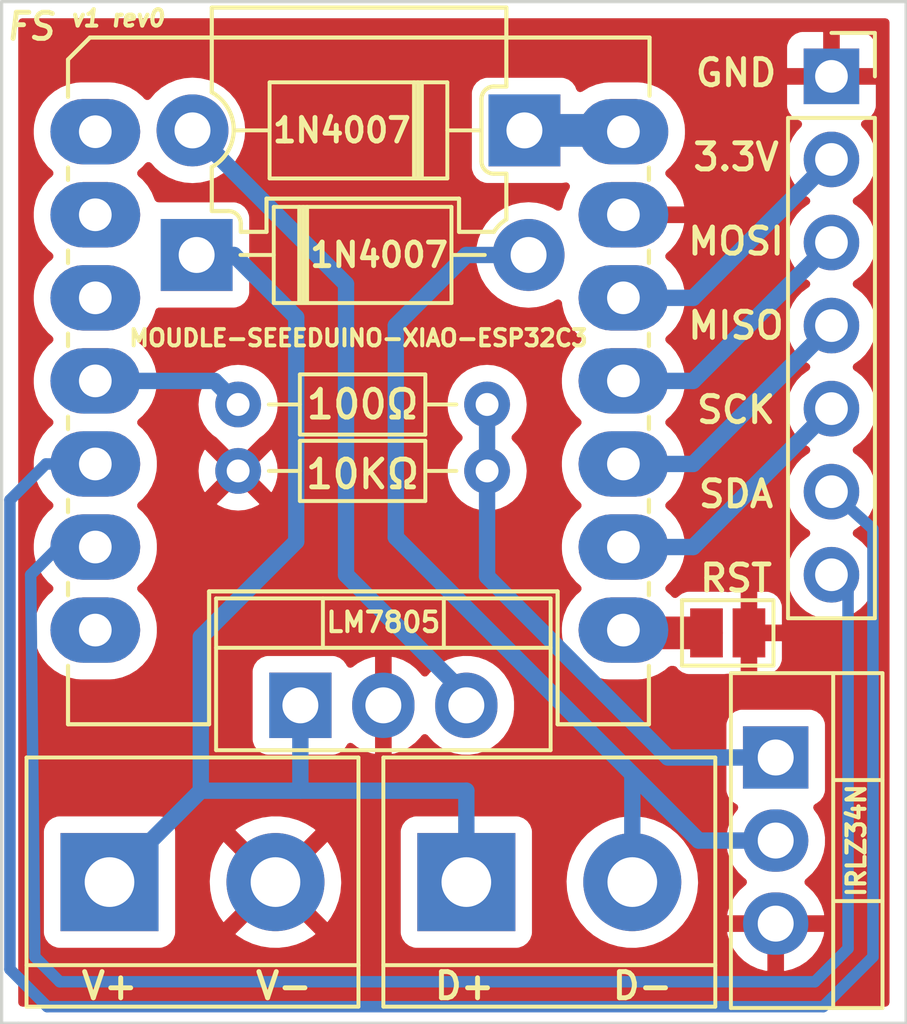
<source format=kicad_pcb>
(kicad_pcb (version 20211014) (generator pcbnew)
  (layers (0 "F.Cu" signal) (31 "B.Cu" signal) (34 "B.Paste" user) (35 "F.Paste" user) (36 "B.SilkS" user "B.Silkscreen") (37 "F.SilkS" user "F.Silkscreen") (38 "B.Mask" user) (39 "F.Mask" user) (44 "Edge.Cuts" user))
  (net 0 "")
  (net 1 "Net-(D1-Pad1)")
  (net 2 "+5V")
  (net 3 "Deur+")
  (net 4 "Deur-")
  (net 5 "Net-(Q1-Pad1)")
  (net 6 "GND")
  (net 10 "OUT")
  (net 11 "SDA")
  (net 12 "RST")
  (net 14 "BTN")
  (net 15 "SCK")
  (net 16 "MISO")
  (net 17 "MOSI")
  (net 18 "+3.3V")
  (footprint "TerminalBlock:TerminalBlock_bornier-2_P5.08mm" (layer "F.Cu") (at 90.17 114.3)
    (fp_text reference "J2" hide)
    (fp_text value "Screw_Terminal_01x02" hide)
    (fp_line (start 7.62 -3.81) (end -2.54 -3.81) (layer "F.SilkS") (width 0.12))
    (fp_line (start 7.62 3.81) (end 7.62 -3.81) (layer "F.SilkS") (width 0.12))
    (fp_line (start -2.54 3.81) (end 7.62 3.81) (layer "F.SilkS") (width 0.12))
    (fp_line (start -2.54 -3.81) (end -2.54 3.81) (layer "F.SilkS") (width 0.12))
    (fp_line (start 7.62 2.54) (end -2.54 2.54) (layer "F.SilkS") (width 0.12))
    (pad "1" thru_hole rect (at 0 0) (size 3 3) (drill 1.52) (layers *.Cu *.Mask) (net 3 "Deur+"))
    (pad "2" thru_hole circle (at 5.08 0) (size 3 3) (drill 1.52) (layers *.Cu *.Mask) (net 4 "Deur-"))
  )
  (footprint "Package_TO_SOT_THT:TO-220-3_Vertical" (layer "F.Cu") (at 85.09 108.895)
    (fp_text reference "U2" hide)
    (fp_text value "LM7805" (at 2.54 -2.54) (layer "F.SilkS") (effects (font (size 0.6 0.6) (thickness 0.125))))
    (fp_line (start -2.58 -3.27) (end -2.58 1.371) (layer "F.SilkS") (width 0.12))
    (fp_line (start -2.58 1.371) (end 7.66 1.371) (layer "F.SilkS") (width 0.12))
    (fp_line (start -2.58 -1.76) (end 7.66 -1.76) (layer "F.SilkS") (width 0.12))
    (fp_line (start 4.391 -3.27) (end 4.391 -1.76) (layer "F.SilkS") (width 0.12))
    (fp_line (start 0.69 -3.27) (end 0.69 -1.76) (layer "F.SilkS") (width 0.12))
    (fp_line (start 7.66 -3.27) (end 7.66 1.371) (layer "F.SilkS") (width 0.12))
    (fp_line (start -2.58 -3.27) (end 7.66 -3.27) (layer "F.SilkS") (width 0.12))
    (pad "1" thru_hole rect (at 0 0) (size 1.905 2) (drill 1.1) (layers *.Cu *.Mask) (net 3 "Deur+"))
    (pad "2" thru_hole oval (at 2.54 0) (size 1.905 2) (drill 1.1) (layers *.Cu *.Mask) (net 6 "GND"))
    (pad "3" thru_hole oval (at 5.08 0) (size 1.905 2) (drill 1.1) (layers *.Cu *.Mask) (net 2 "+5V"))
  )
  (footprint "Diode_THT:D_DO-41_SOD81_P10.16mm_Horizontal" (layer "F.Cu") (at 91.948 91.313 180)
    (fp_text reference "D1" hide)
    (fp_text value "1N4007" (at 5.588 0) (layer "F.SilkS") (effects (font (size 0.72 0.72))))
    (fp_line (start 7.8 -1.47) (end 2.36 -1.47) (layer "F.SilkS") (width 0.12))
    (fp_line (start 3.26 -1.47) (end 3.26 1.47) (layer "F.SilkS") (width 0.12))
    (fp_line (start 3.14 -1.47) (end 3.14 1.47) (layer "F.SilkS") (width 0.12))
    (fp_line (start 1.34 0) (end 2.36 0) (layer "F.SilkS") (width 0.12))
    (fp_line (start 8.82 0) (end 7.8 0) (layer "F.SilkS") (width 0.12))
    (fp_line (start 7.8 1.47) (end 7.8 -1.47) (layer "F.SilkS") (width 0.12))
    (fp_line (start 2.36 -1.47) (end 2.36 1.47) (layer "F.SilkS") (width 0.12))
    (fp_line (start 3.38 -1.47) (end 3.38 1.47) (layer "F.SilkS") (width 0.12))
    (fp_line (start 2.36 1.47) (end 7.8 1.47) (layer "F.SilkS") (width 0.12))
    (pad "1" thru_hole rect (at 0 0 180) (size 2.2 2.2) (drill 1.1) (layers *.Cu *.Mask) (net 1 "Net-(D1-Pad1)"))
    (pad "2" thru_hole oval (at 10.16 0 180) (size 2.2 2.2) (drill 1.1) (layers *.Cu *.Mask) (net 2 "+5V"))
  )
  (footprint "Package_TO_SOT_THT:TO-220-3_Vertical" (layer "F.Cu") (at 99.639 110.49 -90)
    (fp_text reference "Q1" hide)
    (fp_text value "IRLZ34N" (at 2.54 -2.469 90) (layer "F.SilkS") (effects (font (size 0.55 0.55) (thickness 0.125))))
    (fp_line (start 4.391 -3.27) (end 4.391 -1.76) (layer "F.SilkS") (width 0.12))
    (fp_line (start -2.58 -3.27) (end -2.58 1.371) (layer "F.SilkS") (width 0.12))
    (fp_line (start 0.69 -3.27) (end 0.69 -1.76) (layer "F.SilkS") (width 0.12))
    (fp_line (start -2.58 1.371) (end 7.66 1.371) (layer "F.SilkS") (width 0.12))
    (fp_line (start 7.66 -3.27) (end 7.66 1.371) (layer "F.SilkS") (width 0.12))
    (fp_line (start -2.58 -1.76) (end 7.66 -1.76) (layer "F.SilkS") (width 0.12))
    (fp_line (start -2.58 -3.27) (end 7.66 -3.27) (layer "F.SilkS") (width 0.12))
    (pad "1" thru_hole rect (at 0 0 270) (size 1.905 2) (drill 1.1) (layers *.Cu *.Mask) (net 5 "Net-(Q1-Pad1)"))
    (pad "2" thru_hole oval (at 2.54 0 270) (size 1.905 2) (drill 1.1) (layers *.Cu *.Mask) (net 4 "Deur-"))
    (pad "3" thru_hole oval (at 5.08 0 270) (size 1.905 2) (drill 1.1) (layers *.Cu *.Mask) (net 6 "GND"))
  )
  (footprint "TerminalBlock:TerminalBlock_bornier-2_P5.08mm" (layer "F.Cu") (at 79.248 114.3)
    (fp_text reference "J1" hide)
    (fp_text value "Screw_Terminal_01x02" hide)
    (fp_line (start 7.62 3.81) (end 7.62 -3.81) (layer "F.SilkS") (width 0.12))
    (fp_line (start -2.54 3.81) (end 7.62 3.81) (layer "F.SilkS") (width 0.12))
    (fp_line (start 7.62 2.54) (end -2.54 2.54) (layer "F.SilkS") (width 0.12))
    (fp_line (start -2.54 -3.81) (end -2.54 3.81) (layer "F.SilkS") (width 0.12))
    (fp_line (start 7.62 -3.81) (end -2.54 -3.81) (layer "F.SilkS") (width 0.12))
    (pad "1" thru_hole rect (at 0 0) (size 3 3) (drill 1.52) (layers *.Cu *.Mask) (net 3 "Deur+"))
    (pad "2" thru_hole circle (at 5.08 0) (size 3 3) (drill 1.52) (layers *.Cu *.Mask) (net 6 "GND"))
  )
  (footprint "Jumper:SolderJumper-2_P1.3mm_Open_Pad1.0x1.5mm" (layer "F.Cu") (at 98.171 106.68)
    (fp_text reference "JP1" hide)
    (fp_text value "SolderJumper_2_Open" hide)
    (fp_line (start -1.4 -1) (end 1.4 -1) (layer "F.SilkS") (width 0.12))
    (fp_line (start -1.4 1) (end -1.4 -1) (layer "F.SilkS") (width 0.12))
    (fp_line (start 1.4 -1) (end 1.4 1) (layer "F.SilkS") (width 0.12))
    (fp_line (start 1.4 1) (end -1.4 1) (layer "F.SilkS") (width 0.12))
    (pad "1" smd rect (at -0.65 0) (size 1 1.5) (layers "F.Cu" "F.Mask") (net 14 "BTN"))
    (pad "2" smd rect (at 0.65 0) (size 1 1.5) (layers "F.Cu" "F.Mask") (net 6 "GND"))
  )
  (footprint "Resistor_THT:R_Axial_DIN0204_L3.6mm_D1.6mm_P7.62mm_Horizontal" (layer "F.Cu") (at 83.185 99.695)
    (fp_text reference "R1" hide)
    (fp_text value "100Ω" (at 3.81 0) (layer "F.SilkS") (effects (font (size 0.85 0.85))))
    (fp_line (start 0.94 0) (end 1.89 0) (layer "F.SilkS") (width 0.12))
    (fp_line (start 5.73 0.92) (end 5.73 -0.92) (layer "F.SilkS") (width 0.12))
    (fp_line (start 1.89 -0.92) (end 1.89 0.92) (layer "F.SilkS") (width 0.12))
    (fp_line (start 1.89 0.92) (end 5.73 0.92) (layer "F.SilkS") (width 0.12))
    (fp_line (start 5.73 -0.92) (end 1.89 -0.92) (layer "F.SilkS") (width 0.12))
    (fp_line (start 6.68 0) (end 5.73 0) (layer "F.SilkS") (width 0.12))
    (pad "1" thru_hole circle (at 0 0) (size 1.4 1.4) (drill 0.7) (layers *.Cu *.Mask) (net 10 "OUT"))
    (pad "2" thru_hole oval (at 7.62 0) (size 1.4 1.4) (drill 0.7) (layers *.Cu *.Mask) (net 5 "Net-(Q1-Pad1)"))
  )
  (footprint "Diode_THT:D_DO-41_SOD81_P10.16mm_Horizontal" (layer "F.Cu") (at 81.915 95.123)
    (fp_text reference "D2" hide)
    (fp_text value "1N4007" (at 5.588 0) (layer "F.SilkS") (effects (font (size 0.72 0.72))))
    (fp_line (start 2.36 -1.47) (end 2.36 1.47) (layer "F.SilkS") (width 0.12))
    (fp_line (start 3.26 -1.47) (end 3.26 1.47) (layer "F.SilkS") (width 0.12))
    (fp_line (start 2.36 1.47) (end 7.8 1.47) (layer "F.SilkS") (width 0.12))
    (fp_line (start 8.82 0) (end 7.8 0) (layer "F.SilkS") (width 0.12))
    (fp_line (start 3.38 -1.47) (end 3.38 1.47) (layer "F.SilkS") (width 0.12))
    (fp_line (start 3.14 -1.47) (end 3.14 1.47) (layer "F.SilkS") (width 0.12))
    (fp_line (start 1.34 0) (end 2.36 0) (layer "F.SilkS") (width 0.12))
    (fp_line (start 7.8 -1.47) (end 2.36 -1.47) (layer "F.SilkS") (width 0.12))
    (fp_line (start 7.8 1.47) (end 7.8 -1.47) (layer "F.SilkS") (width 0.12))
    (pad "1" thru_hole rect (at 0 0) (size 2.2 2.2) (drill 1.1) (layers *.Cu *.Mask) (net 3 "Deur+"))
    (pad "2" thru_hole oval (at 10.16 0) (size 2.2 2.2) (drill 1.1) (layers *.Cu *.Mask) (net 4 "Deur-"))
  )
  (footprint "xiao ESP32C3_PCB:MOUDLE14P-SMD-2.54-21X17.8MM-HOLE" (layer "F.Cu") (at 77.978 109.474)
    (fp_text reference "U1" hide)
    (fp_text value "MOUDLE-SEEEDUINO-XIAO-ESP32C3" (at 8.89 -11.811) (layer "F.SilkS") (effects (font (size 0.5 0.5) (thickness 0.12))))
    (fp_line (start 4.318 -4.064) (end 14.986 -4.064) (layer "F.SilkS") (width 0.127))
    (fp_line (start 4.318 0) (end 4.318 -4.064) (layer "F.SilkS") (width 0.127))
    (fp_line (start 17.8 -21) (end 0.671541 -21) (layer "F.SilkS") (width 0.127))
    (fp_line (start 11.9692 -16.074) (end 11.9692 -15.058) (layer "F.SilkS") (width 0.127))
    (fp_line (start 0 -9.4065) (end 0 -9.0255) (layer "F.SilkS") (width 0.127))
    (fp_line (start 0 -4.3265) (end 0 -3.9455) (layer "F.SilkS") (width 0.127))
    (fp_line (start 4.318 0) (end 0 0) (layer "F.SilkS") (width 0.127))
    (fp_line (start 17.78 0) (end 14.986 0) (layer "F.SilkS") (width 0.127))
    (fp_line (start 12.655 -19.122) (end 12.655 -17.217) (layer "F.SilkS") (width 0.127))
    (fp_line (start 11.9692 -15.058) (end 13.036001 -15.058) (layer "F.SilkS") (width 0.127))
    (fp_line (start 0 -6.8665) (end 0 -6.4855) (layer "F.SilkS") (width 0.127))
    (fp_line (start 13.417 -19.503) (end 13.036 -19.503) (layer "F.SilkS") (width 0.127))
    (fp_line (start 5.289 -15.312) (end 5.289 -15.058) (layer "F.SilkS") (width 0.127))
    (fp_line (start 13.417 -19.503) (end 13.417 -21.916) (layer "F.SilkS") (width 0.127))
    (fp_line (start 0 -1.7865) (end 0 0) (layer "F.SilkS") (width 0.127))
    (fp_line (start 13.417 -16.836) (end 13.036 -16.836) (layer "F.SilkS") (width 0.127))
    (fp_line (start 17.78 -17.0265) (end 17.78 -16.6455) (layer "F.SilkS") (width 0.127))
    (fp_line (start 17.78 -9.4065) (end 17.78 -9.0255) (layer "F.SilkS") (width 0.127))
    (fp_line (start 17.78 -11.9465) (end 17.78 -11.5655) (layer "F.SilkS") (width 0.127))
    (fp_line (start 17.78 -1.7865) (end 17.78 0) (layer "F.SilkS") (width 0.127))
    (fp_line (start 13.417 -16.836) (end 13.417 -15.439) (layer "F.SilkS") (width 0.127))
    (fp_line (start 4.4 -21.916) (end 4.4 -19.3252) (layer "F.SilkS") (width 0.127))
    (fp_line (start 0.671541 -21) (end 0 -20.3285) (layer "F.SilkS") (width 0.127))
    (fp_line (start 17.78 -6.8665) (end 17.78 -6.4855) (layer "F.SilkS") (width 0.127))
    (fp_line (start 0 -20.3285) (end 0 -19.1855) (layer "F.SilkS") (width 0.127))
    (fp_line (start 4.4 -21.916) (end 13.417 -21.916) (layer "F.SilkS") (width 0.127))
    (fp_line (start 0 -14.4865) (end 0 -14.1055) (layer "F.SilkS") (width 0.127))
    (fp_line (start 17.78 -14.4865) (end 17.78 -14.1055) (layer "F.SilkS") (width 0.127))
    (fp_line (start 4.4 -17.0392) (end 4.4 -15.723815) (layer "F.SilkS") (width 0.127))
    (fp_line (start 6.0764 -15.058) (end 6.0764 -16.074) (layer "F.SilkS") (width 0.127))
    (fp_line (start 6.0764 -15.058) (end 5.289 -15.058) (layer "F.SilkS") (width 0.127))
    (fp_line (start 0 -17.0265) (end 0 -16.6455) (layer "F.SilkS") (width 0.127))
    (fp_line (start 17.78 -4.3265) (end 17.78 -3.9455) (layer "F.SilkS") (width 0.127))
    (fp_line (start 6.0764 -16.074) (end 11.9692 -16.074) (layer "F.SilkS") (width 0.127))
    (fp_line (start 0 -11.9465) (end 0 -11.5655) (layer "F.SilkS") (width 0.127))
    (fp_line (start 4.4 -15.693) (end 4.908 -15.693) (layer "F.SilkS") (width 0.127))
    (fp_line (start 14.986 -4.064) (end 14.986 0) (layer "F.SilkS") (width 0.127))
    (fp_line (start 17.8 -21) (end 17.8 -19.222) (layer "F.SilkS") (width 0.127))
    (fp_arc (start 4.908 -15.693) (mid 5.177408 -15.581408) (end 5.289 -15.312) (layer "F.SilkS") (width 0.127))
    (fp_arc (start 13.036001 -15.058) (mid 13.204797 -15.270203) (end 13.417 -15.438999) (layer "F.SilkS") (width 0.127))
    (fp_arc (start 12.655 -19.122) (mid 12.766592 -19.391408) (end 13.036 -19.503) (layer "F.SilkS") (width 0.127))
    (fp_arc (start 4.4 -19.3252) (mid 5.072607 -18.1822) (end 4.4 -17.0392) (layer "F.SilkS") (width 0.127))
    (fp_arc (start 13.036 -16.836) (mid 12.766592 -16.947592) (end 12.655 -17.217) (layer "F.SilkS") (width 0.127))
    (pad "1" thru_hole roundrect (at 0.835 -18.12) (size 2.75 2) (drill 1) (layers *.Cu *.Mask) (roundrect_rratio 0.5))
    (pad "2" thru_hole roundrect (at 0.835 -15.58) (size 2.75 2) (drill 1) (layers *.Cu *.Mask) (roundrect_rratio 0.5))
    (pad "3" thru_hole roundrect (at 0.835 -13.04) (size 2.75 2) (drill 1) (layers *.Cu *.Mask) (roundrect_rratio 0.5))
    (pad "4" thru_hole roundrect (at 0.835 -10.5) (size 2.75 2) (drill 1) (layers *.Cu *.Mask) (roundrect_rratio 0.5) (net 10 "OUT"))
    (pad "5" thru_hole roundrect (at 0.835 -7.96) (size 2.75 2) (drill 1) (layers *.Cu *.Mask) (roundrect_rratio 0.5) (net 11 "SDA"))
    (pad "6" thru_hole roundrect (at 0.835 -5.42) (size 2.75 2) (drill 1) (layers *.Cu *.Mask) (roundrect_rratio 0.5) (net 12 "RST"))
    (pad "7" thru_hole roundrect (at 0.835 -2.88) (size 2.75 2) (drill 1) (layers *.Cu *.Mask) (roundrect_rratio 0.5))
    (pad "8" thru_hole roundrect (at 17 -2.88) (size 2.75 2) (drill 1) (layers *.Cu *.Mask) (roundrect_rratio 0.5) (net 14 "BTN"))
    (pad "9" thru_hole roundrect (at 17 -5.42) (size 2.75 2) (drill 1) (layers *.Cu *.Mask) (roundrect_rratio 0.5) (net 15 "SCK"))
    (pad "10" thru_hole roundrect (at 17 -7.96) (size 2.75 2) (drill 1) (layers *.Cu *.Mask) (roundrect_rratio 0.5) (net 16 "MISO"))
    (pad "11" thru_hole roundrect (at 17 -10.5) (size 2.75 2) (drill 1) (layers *.Cu *.Mask) (roundrect_rratio 0.5) (net 17 "MOSI"))
    (pad "12" thru_hole roundrect (at 17 -13.04) (size 2.75 2) (drill 1) (layers *.Cu *.Mask) (roundrect_rratio 0.5) (net 18 "+3.3V"))
    (pad "13" thru_hole roundrect (at 17 -15.58) (size 2.75 2) (drill 1) (layers *.Cu *.Mask) (roundrect_rratio 0.5) (net 6 "GND"))
    (pad "14" thru_hole roundrect (at 17 -18.12) (size 2.75 2) (drill 1) (layers *.Cu *.Mask) (roundrect_rratio 0.5) (net 1 "Net-(D1-Pad1)"))
  )
  (footprint "Resistor_THT:R_Axial_DIN0204_L3.6mm_D1.6mm_P7.62mm_Horizontal" (layer "F.Cu") (at 83.185 101.727)
    (fp_text reference "R2" hide)
    (fp_text value "10KΩ" (at 3.81 0.102) (layer "F.SilkS") (effects (font (size 0.85 0.85))))
    (fp_line (start 1.89 0.92) (end 5.73 0.92) (layer "F.SilkS") (width 0.12))
    (fp_line (start 6.68 0) (end 5.73 0) (layer "F.SilkS") (width 0.12))
    (fp_line (start 0.94 0) (end 1.89 0) (layer "F.SilkS") (width 0.12))
    (fp_line (start 5.73 0.92) (end 5.73 -0.92) (layer "F.SilkS") (width 0.12))
    (fp_line (start 1.89 -0.92) (end 1.89 0.92) (layer "F.SilkS") (width 0.12))
    (fp_line (start 5.73 -0.92) (end 1.89 -0.92) (layer "F.SilkS") (width 0.12))
    (pad "1" thru_hole circle (at 0 0) (size 1.4 1.4) (drill 0.7) (layers *.Cu *.Mask) (net 6 "GND"))
    (pad "2" thru_hole oval (at 7.62 0) (size 1.4 1.4) (drill 0.7) (layers *.Cu *.Mask) (net 5 "Net-(Q1-Pad1)"))
  )
  (footprint "Connector_PinSocket_2.54mm:PinSocket_1x07_P2.54mm_Vertical" (layer "F.Cu") (at 101.346 89.662)
    (fp_text reference "J9" hide)
    (fp_text value "Conn_01x07" hide)
    (fp_line (start 1.33 -1.33) (end 1.33 0) (layer "F.SilkS") (width 0.12))
    (fp_line (start -1.33 1.27) (end 1.33 1.27) (layer "F.SilkS") (width 0.12))
    (fp_line (start 1.33 1.27) (end 1.33 16.57) (layer "F.SilkS") (width 0.12))
    (fp_line (start -1.33 16.57) (end 1.33 16.57) (layer "F.SilkS") (width 0.12))
    (fp_line (start 0 -1.33) (end 1.33 -1.33) (layer "F.SilkS") (width 0.12))
    (fp_line (start -1.33 1.27) (end -1.33 16.57) (layer "F.SilkS") (width 0.12))
    (pad "1" thru_hole rect (at 0 0) (size 1.7 1.7) (drill 1) (layers *.Cu *.Mask) (net 6 "GND"))
    (pad "2" thru_hole oval (at 0 2.54) (size 1.7 1.7) (drill 1) (layers *.Cu *.Mask) (net 18 "+3.3V"))
    (pad "3" thru_hole oval (at 0 5.08) (size 1.7 1.7) (drill 1) (layers *.Cu *.Mask) (net 17 "MOSI"))
    (pad "4" thru_hole oval (at 0 7.62) (size 1.7 1.7) (drill 1) (layers *.Cu *.Mask) (net 16 "MISO"))
    (pad "5" thru_hole oval (at 0 10.16) (size 1.7 1.7) (drill 1) (layers *.Cu *.Mask) (net 15 "SCK"))
    (pad "6" thru_hole oval (at 0 12.7) (size 1.7 1.7) (drill 1) (layers *.Cu *.Mask) (net 11 "SDA"))
    (pad "7" thru_hole oval (at 0 15.24) (size 1.7 1.7) (drill 1) (layers *.Cu *.Mask) (net 12 "RST"))
  )
  (gr_line (start 76.454 118.618) (end 103.632 118.618) (layer "Edge.Cuts") (width 0.1))
  (gr_line (start 75.946 87.376) (end 75.946 118.618) (layer "Edge.Cuts") (width 0.1))
  (gr_line (start 103.632 118.618) (end 103.632 87.376) (layer "Edge.Cuts") (width 0.1))
  (gr_line (start 103.632 87.376) (end 75.946 87.376) (layer "Edge.Cuts") (width 0.1))
  (gr_line (start 75.946 118.618) (end 76.454 118.618) (layer "Edge.Cuts") (width 0.1))
  (gr_text "FS" (at 76.835 88.138) (layer "F.SilkS") (effects (font (size 0.8 0.8) (thickness 0.15) italic)))
  (gr_text "V+      V-" (at 81.915 117.475) (layer "F.SilkS") (effects (font (size 0.8 0.8))))
  (gr_text "GND\n\n3.3V\n\nMOSI\n\nMISO\n\nSCK\n\nSDA\n\nRST" (at 98.425 97.282) (layer "F.SilkS") (effects (font (size 0.8 0.8))))
  (gr_text "v1 rev0" (at 79.502 87.884) (layer "F.SilkS") (effects (font (size 0.5 0.5) (thickness 0.125) italic)))
  (gr_text "D+      D-" (at 92.837 117.475) (layer "F.SilkS") (effects (font (size 0.8 0.8))))
  (segment (start 94.937 91.313) (end 94.978 91.354) (width 0.25) (layer "B.Cu") (net 1))
  (segment (start 91.948 91.313) (end 94.937 91.313) (width 1) (layer "B.Cu") (net 1))
  (segment (start 86.487 96.012) (end 81.788 91.313) (width 0.5) (layer "B.Cu") (net 2))
  (segment (start 86.487 104.902) (end 90.17 108.585) (width 0.5) (layer "B.Cu") (net 2))
  (segment (start 90.17 108.585) (end 90.17 108.895) (width 0.5) (layer "B.Cu") (net 2))
  (segment (start 86.487 104.902) (end 86.487 96.012) (width 0.5) (layer "B.Cu") (net 2))
  (segment (start 90.17 111.506) (end 90.17 114.3) (width 0.5) (layer "B.Cu") (net 3))
  (segment (start 84.963 103.886) (end 84.963 97.028) (width 0.5) (layer "B.Cu") (net 3))
  (segment (start 82.042 111.506) (end 85.09 111.506) (width 0.5) (layer "B.Cu") (net 3))
  (segment (start 79.248 114.3) (end 82.042 111.506) (width 0.5) (layer "B.Cu") (net 3))
  (segment (start 83.058 95.123) (end 81.915 95.123) (width 0.5) (layer "B.Cu") (net 3))
  (segment (start 82.042 111.506) (end 82.042 106.807) (width 0.5) (layer "B.Cu") (net 3))
  (segment (start 85.09 111.506) (end 85.09 108.895) (width 0.5) (layer "B.Cu") (net 3))
  (segment (start 82.042 106.807) (end 84.963 103.886) (width 0.5) (layer "B.Cu") (net 3))
  (segment (start 85.09 111.506) (end 90.17 111.506) (width 0.5) (layer "B.Cu") (net 3))
  (segment (start 84.963 97.028) (end 83.058 95.123) (width 0.5) (layer "B.Cu") (net 3))
  (segment (start 88.011 97.282) (end 90.17 95.123) (width 0.5) (layer "B.Cu") (net 4))
  (segment (start 90.17 95.123) (end 92.075 95.123) (width 0.5) (layer "B.Cu") (net 4))
  (segment (start 95.25 110.998) (end 97.282 113.03) (width 0.5) (layer "B.Cu") (net 4))
  (segment (start 97.282 113.03) (end 99.639 113.03) (width 0.5) (layer "B.Cu") (net 4))
  (segment (start 88.011 103.759) (end 88.011 97.282) (width 0.5) (layer "B.Cu") (net 4))
  (segment (start 95.25 114.3) (end 95.25 110.998) (width 0.5) (layer "B.Cu") (net 4))
  (segment (start 95.25 110.998) (end 88.011 103.759) (width 0.5) (layer "B.Cu") (net 4))
  (segment (start 96.342556 110.49) (end 99.639 110.49) (width 0.5) (layer "B.Cu") (net 5))
  (segment (start 90.805 101.727) (end 90.805 99.695) (width 0.5) (layer "B.Cu") (net 5))
  (segment (start 90.805 104.952444) (end 96.342556 110.49) (width 0.5) (layer "B.Cu") (net 5))
  (segment (start 90.805 101.727) (end 90.805 104.952444) (width 0.5) (layer "B.Cu") (net 5))
  (segment (start 94.892 93.98) (end 94.978 93.894) (width 0.25) (layer "F.Cu") (net 6))
  (segment (start 82.464 98.974) (end 83.185 99.695) (width 0.5) (layer "B.Cu") (net 10))
  (segment (start 78.813 98.974) (end 82.464 98.974) (width 0.5) (layer "B.Cu") (net 10))
  (segment (start 78.813 101.514) (end 77.302 101.514) (width 0.35) (layer "B.Cu") (net 11))
  (segment (start 101.092 118.11) (end 102.616 116.586) (width 0.35) (layer "B.Cu") (net 11))
  (segment (start 77.343 118.11) (end 101.092 118.11) (width 0.35) (layer "B.Cu") (net 11))
  (segment (start 102.616 103.505) (end 101.346 102.362) (width 0.35) (layer "B.Cu") (net 11))
  (segment (start 102.616 116.586) (end 102.616 103.505) (width 0.35) (layer "B.Cu") (net 11))
  (segment (start 76.2 102.616) (end 76.2 116.967) (width 0.35) (layer "B.Cu") (net 11))
  (segment (start 76.2 116.967) (end 77.343 118.11) (width 0.35) (layer "B.Cu") (net 11))
  (segment (start 77.302 101.514) (end 76.2 102.616) (width 0.35) (layer "B.Cu") (net 11))
  (segment (start 76.962 116.586) (end 77.724 117.348) (width 0.35) (layer "B.Cu") (net 12))
  (segment (start 76.835 104.902) (end 76.962 116.586) (width 0.35) (layer "B.Cu") (net 12))
  (segment (start 100.838 117.348) (end 101.854 116.332) (width 0.35) (layer "B.Cu") (net 12))
  (segment (start 77.724 117.348) (end 100.838 117.348) (width 0.35) (layer "B.Cu") (net 12))
  (segment (start 101.854 116.332) (end 101.854 105.41) (width 0.35) (layer "B.Cu") (net 12))
  (segment (start 77.683 104.054) (end 76.835 104.902) (width 0.35) (layer "B.Cu") (net 12))
  (segment (start 78.813 104.054) (end 77.683 104.054) (width 0.35) (layer "B.Cu") (net 12))
  (segment (start 101.854 105.41) (end 101.346 104.902) (width 0.35) (layer "B.Cu") (net 12))
  (segment (start 97.521 106.68) (end 95.064 106.68) (width 1) (layer "F.Cu") (net 14))
  (segment (start 95.064 106.68) (end 94.978 106.594) (width 1) (layer "F.Cu") (net 14))
  (segment (start 97.114 104.054) (end 101.346 99.822) (width 0.5) (layer "B.Cu") (net 15))
  (segment (start 94.978 104.054) (end 97.114 104.054) (width 0.5) (layer "B.Cu") (net 15))
  (segment (start 94.978 101.514) (end 97.114 101.514) (width 0.5) (layer "B.Cu") (net 16))
  (segment (start 97.114 101.514) (end 101.346 97.282) (width 0.5) (layer "B.Cu") (net 16))
  (segment (start 97.114 98.974) (end 101.346 94.742) (width 0.5) (layer "B.Cu") (net 17))
  (segment (start 94.978 98.974) (end 97.114 98.974) (width 0.5) (layer "B.Cu") (net 17))
  (segment (start 94.978 96.434) (end 97.114 96.434) (width 0.5) (layer "B.Cu") (net 18))
  (segment (start 97.114 96.434) (end 101.346 92.202) (width 0.5) (layer "B.Cu") (net 18))
  (zone (net 6) (net_name "GND") (layer "F.Cu") (connect_pads (clearance 0.508)) (min_thickness 0.254) (fill yes (thermal_gap 0.508) (thermal_bridge_width 0.508))
    (polygon (pts (xy 103.632 118.618) (xy 75.946 118.618) (xy 75.946 87.376) (xy 103.632 87.376)))
  )
)
</source>
